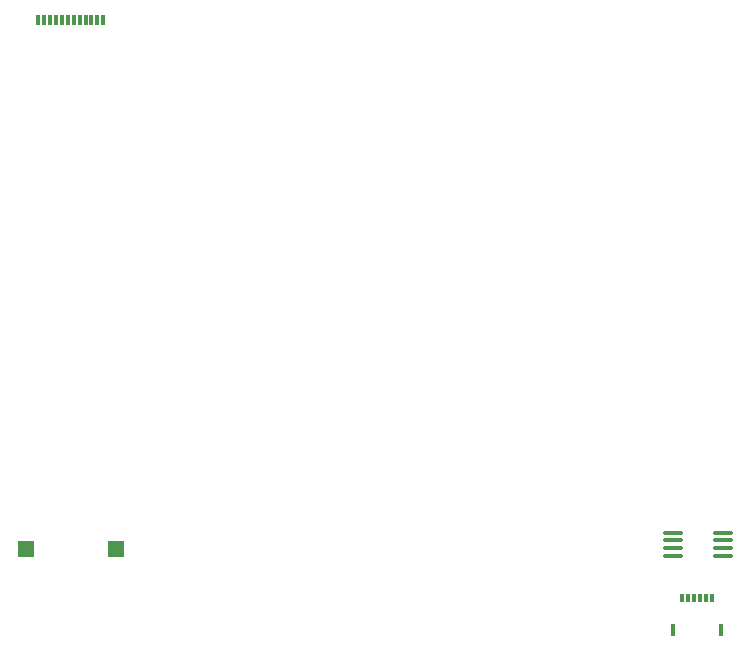
<source format=gbr>
%TF.GenerationSoftware,KiCad,Pcbnew,7.0.6*%
%TF.CreationDate,2024-02-06T15:40:46-08:00*%
%TF.ProjectId,UGC_Main,5547435f-4d61-4696-9e2e-6b696361645f,rev?*%
%TF.SameCoordinates,Original*%
%TF.FileFunction,Paste,Bot*%
%TF.FilePolarity,Positive*%
%FSLAX46Y46*%
G04 Gerber Fmt 4.6, Leading zero omitted, Abs format (unit mm)*
G04 Created by KiCad (PCBNEW 7.0.6) date 2024-02-06 15:40:46*
%MOMM*%
%LPD*%
G01*
G04 APERTURE LIST*
G04 Aperture macros list*
%AMRoundRect*
0 Rectangle with rounded corners*
0 $1 Rounding radius*
0 $2 $3 $4 $5 $6 $7 $8 $9 X,Y pos of 4 corners*
0 Add a 4 corners polygon primitive as box body*
4,1,4,$2,$3,$4,$5,$6,$7,$8,$9,$2,$3,0*
0 Add four circle primitives for the rounded corners*
1,1,$1+$1,$2,$3*
1,1,$1+$1,$4,$5*
1,1,$1+$1,$6,$7*
1,1,$1+$1,$8,$9*
0 Add four rect primitives between the rounded corners*
20,1,$1+$1,$2,$3,$4,$5,0*
20,1,$1+$1,$4,$5,$6,$7,0*
20,1,$1+$1,$6,$7,$8,$9,0*
20,1,$1+$1,$8,$9,$2,$3,0*%
G04 Aperture macros list end*
%ADD10R,1.350000X1.350000*%
%ADD11R,0.300000X0.700000*%
%ADD12R,0.300000X1.000000*%
%ADD13R,0.350000X0.890000*%
%ADD14RoundRect,0.100000X0.712500X0.100000X-0.712500X0.100000X-0.712500X-0.100000X0.712500X-0.100000X0*%
G04 APERTURE END LIST*
D10*
%TO.C,SW14*%
X222283657Y-135484400D03*
X214683657Y-135484400D03*
%TD*%
D11*
%TO.C,J13*%
X272740173Y-139656580D03*
X272240173Y-139656580D03*
X271740173Y-139656580D03*
X271240173Y-139656580D03*
X270740173Y-139656580D03*
X270240173Y-139656580D03*
D12*
X273530173Y-142306580D03*
X269450173Y-142306580D03*
%TD*%
D13*
%TO.C,J5*%
X215733635Y-90709400D03*
X216233635Y-90709400D03*
X216733635Y-90709400D03*
X217233635Y-90709400D03*
X217733635Y-90709400D03*
X218233635Y-90709400D03*
X218733635Y-90709400D03*
X219233635Y-90709400D03*
X219733635Y-90709400D03*
X220233635Y-90709400D03*
X220733635Y-90709400D03*
X221233635Y-90709400D03*
%TD*%
D14*
%TO.C,U7*%
X273740100Y-134102200D03*
X273740100Y-134752200D03*
X273740100Y-135402200D03*
X273740100Y-136052200D03*
X269515100Y-136052200D03*
X269515100Y-135402200D03*
X269515100Y-134752200D03*
X269515100Y-134102200D03*
%TD*%
M02*

</source>
